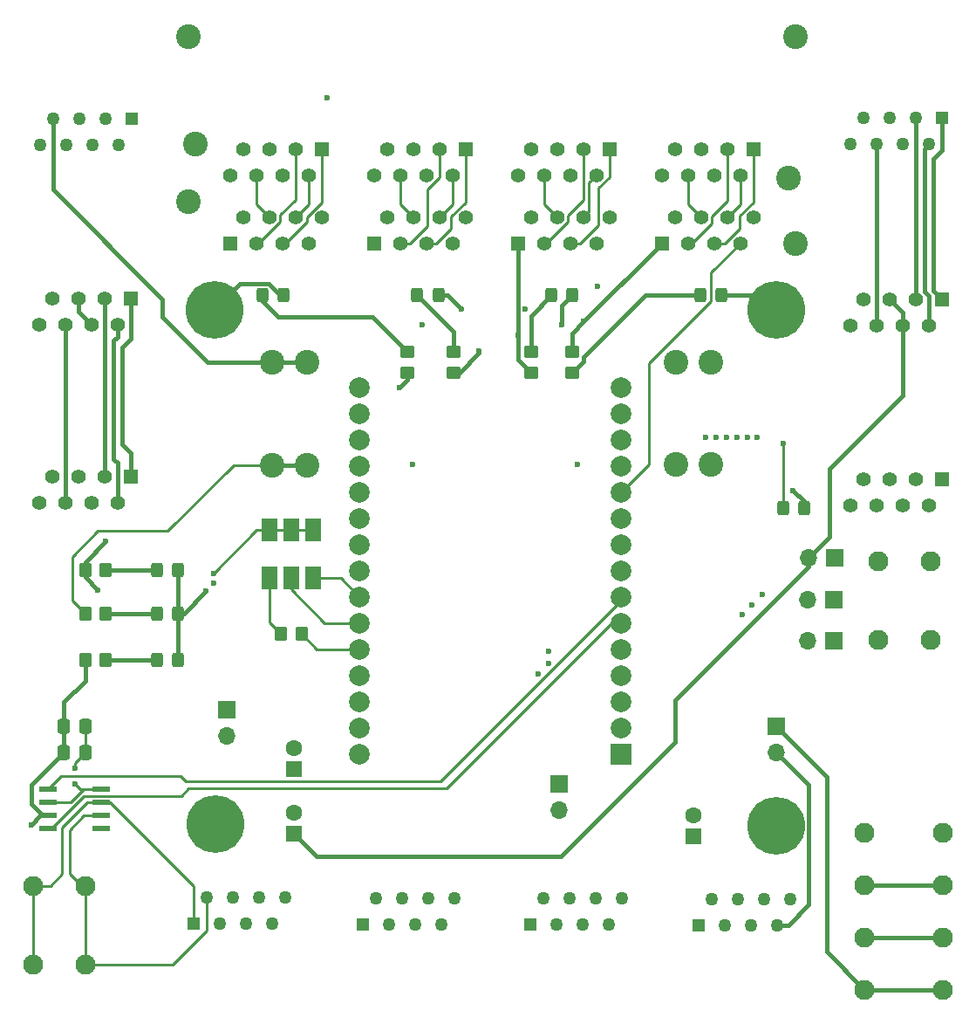
<source format=gtl>
%TF.GenerationSoftware,KiCad,Pcbnew,8.0.1-8.0.1-1~ubuntu22.04.1*%
%TF.CreationDate,2024-04-16T20:31:25-04:00*%
%TF.ProjectId,pdb,7064622e-6b69-4636-9164-5f7063625858,rev?*%
%TF.SameCoordinates,Original*%
%TF.FileFunction,Copper,L1,Top*%
%TF.FilePolarity,Positive*%
%FSLAX46Y46*%
G04 Gerber Fmt 4.6, Leading zero omitted, Abs format (unit mm)*
G04 Created by KiCad (PCBNEW 8.0.1-8.0.1-1~ubuntu22.04.1) date 2024-04-16 20:31:25*
%MOMM*%
%LPD*%
G01*
G04 APERTURE LIST*
G04 Aperture macros list*
%AMRoundRect*
0 Rectangle with rounded corners*
0 $1 Rounding radius*
0 $2 $3 $4 $5 $6 $7 $8 $9 X,Y pos of 4 corners*
0 Add a 4 corners polygon primitive as box body*
4,1,4,$2,$3,$4,$5,$6,$7,$8,$9,$2,$3,0*
0 Add four circle primitives for the rounded corners*
1,1,$1+$1,$2,$3*
1,1,$1+$1,$4,$5*
1,1,$1+$1,$6,$7*
1,1,$1+$1,$8,$9*
0 Add four rect primitives between the rounded corners*
20,1,$1+$1,$2,$3,$4,$5,0*
20,1,$1+$1,$4,$5,$6,$7,0*
20,1,$1+$1,$6,$7,$8,$9,0*
20,1,$1+$1,$8,$9,$2,$3,0*%
G04 Aperture macros list end*
%TA.AperFunction,ComponentPad*%
%ADD10R,1.268000X1.268000*%
%TD*%
%TA.AperFunction,ComponentPad*%
%ADD11C,1.268000*%
%TD*%
%TA.AperFunction,ComponentPad*%
%ADD12C,2.400000*%
%TD*%
%TA.AperFunction,SMDPad,CuDef*%
%ADD13RoundRect,0.250000X0.325000X0.450000X-0.325000X0.450000X-0.325000X-0.450000X0.325000X-0.450000X0*%
%TD*%
%TA.AperFunction,SMDPad,CuDef*%
%ADD14RoundRect,0.250000X0.350000X0.450000X-0.350000X0.450000X-0.350000X-0.450000X0.350000X-0.450000X0*%
%TD*%
%TA.AperFunction,ComponentPad*%
%ADD15R,1.408000X1.408000*%
%TD*%
%TA.AperFunction,ComponentPad*%
%ADD16C,1.408000*%
%TD*%
%TA.AperFunction,SMDPad,CuDef*%
%ADD17R,1.549400X2.260600*%
%TD*%
%TA.AperFunction,ComponentPad*%
%ADD18R,1.700000X1.700000*%
%TD*%
%TA.AperFunction,ComponentPad*%
%ADD19O,1.700000X1.700000*%
%TD*%
%TA.AperFunction,ComponentPad*%
%ADD20C,3.600000*%
%TD*%
%TA.AperFunction,ConnectorPad*%
%ADD21C,5.600000*%
%TD*%
%TA.AperFunction,ComponentPad*%
%ADD22C,1.950000*%
%TD*%
%TA.AperFunction,ComponentPad*%
%ADD23R,1.600000X1.600000*%
%TD*%
%TA.AperFunction,ComponentPad*%
%ADD24C,1.600000*%
%TD*%
%TA.AperFunction,SMDPad,CuDef*%
%ADD25RoundRect,0.250000X0.450000X-0.350000X0.450000X0.350000X-0.450000X0.350000X-0.450000X-0.350000X0*%
%TD*%
%TA.AperFunction,SMDPad,CuDef*%
%ADD26RoundRect,0.041300X-0.833700X-0.253700X0.833700X-0.253700X0.833700X0.253700X-0.833700X0.253700X0*%
%TD*%
%TA.AperFunction,SMDPad,CuDef*%
%ADD27RoundRect,0.250000X-0.350000X-0.450000X0.350000X-0.450000X0.350000X0.450000X-0.350000X0.450000X0*%
%TD*%
%TA.AperFunction,ComponentPad*%
%ADD28R,2.000000X2.000000*%
%TD*%
%TA.AperFunction,ComponentPad*%
%ADD29C,2.000000*%
%TD*%
%TA.AperFunction,SMDPad,CuDef*%
%ADD30RoundRect,0.250000X-0.337500X-0.475000X0.337500X-0.475000X0.337500X0.475000X-0.337500X0.475000X0*%
%TD*%
%TA.AperFunction,SMDPad,CuDef*%
%ADD31RoundRect,0.250000X-0.450000X0.350000X-0.450000X-0.350000X0.450000X-0.350000X0.450000X0.350000X0*%
%TD*%
%TA.AperFunction,ViaPad*%
%ADD32C,0.600000*%
%TD*%
%TA.AperFunction,Conductor*%
%ADD33C,0.400000*%
%TD*%
%TA.AperFunction,Conductor*%
%ADD34C,0.250000*%
%TD*%
G04 APERTURE END LIST*
D10*
%TO.P,E_24V_POE_IN_2,1*%
%TO.N,Net-(E_24V_POE_IN_2-Pad1)*%
X112961000Y-30330000D03*
D11*
%TO.P,E_24V_POE_IN_2,2*%
%TO.N,Net-(E_24V_POE_IN_2-Pad2)*%
X111691000Y-32870000D03*
%TO.P,E_24V_POE_IN_2,3*%
%TO.N,Net-(E_24V_POE_IN_2-Pad3)*%
X110421000Y-30330000D03*
%TO.P,E_24V_POE_IN_2,4*%
%TO.N,unconnected-(E_24V_POE_IN_2-Pad4)*%
X109151000Y-32870000D03*
%TO.P,E_24V_POE_IN_2,5*%
%TO.N,unconnected-(E_24V_POE_IN_2-Pad5)*%
X107881000Y-30330000D03*
%TO.P,E_24V_POE_IN_2,6*%
%TO.N,Net-(E_24V_POE_IN_2-Pad6)*%
X106611000Y-32870000D03*
%TO.P,E_24V_POE_IN_2,7*%
%TO.N,unconnected-(E_24V_POE_IN_2-Pad7)*%
X105341000Y-30330000D03*
%TO.P,E_24V_POE_IN_2,8*%
%TO.N,unconnected-(E_24V_POE_IN_2-Pad8)*%
X104071000Y-32870000D03*
%TD*%
D12*
%TO.P,F2,1*%
%TO.N,Net-(E_12V_2-Pad7)*%
X51300000Y-54040000D03*
X47900000Y-54040000D03*
%TO.P,F2,2*%
%TO.N,+12V*%
X51300000Y-63960000D03*
X47900000Y-63960000D03*
%TD*%
D13*
%TO.P,D5,1,K*%
%TO.N,GND*%
X91525000Y-47500000D03*
%TO.P,D5,2,A*%
%TO.N,Net-(D5-A)*%
X89475000Y-47500000D03*
%TD*%
D14*
%TO.P,R27,1*%
%TO.N,Net-(D3-A)*%
X31750000Y-74120000D03*
%TO.P,R27,2*%
%TO.N,+24V*%
X29750000Y-74120000D03*
%TD*%
D15*
%TO.P,U10,1_1B*%
%TO.N,RX+_0*%
X94600000Y-33350000D03*
%TO.P,U10,1_1T*%
%TO.N,CAM_POW_0*%
X85710000Y-42460000D03*
D16*
%TO.P,U10,1_2B*%
%TO.N,RX-_0*%
X93330000Y-35890000D03*
%TO.P,U10,1_2T*%
%TO.N,PWM_1*%
X86980000Y-39920000D03*
%TO.P,U10,1_3B*%
%TO.N,TX+_0*%
X92060000Y-33350000D03*
%TO.P,U10,1_3T*%
X88250000Y-42460000D03*
%TO.P,U10,1_4B*%
%TO.N,unconnected-(U10-Pad1_4B)*%
X90790000Y-35890000D03*
%TO.P,U10,1_4T*%
%TO.N,TX-_0*%
X89520000Y-39920000D03*
%TO.P,U10,1_5B*%
%TO.N,unconnected-(U10-Pad1_5B)*%
X89520000Y-33350000D03*
%TO.P,U10,1_5T*%
%TO.N,RX+_0*%
X90790000Y-42460000D03*
%TO.P,U10,1_6B*%
%TO.N,TX-_0*%
X88250000Y-35890000D03*
%TO.P,U10,1_6T*%
%TO.N,RX-_0*%
X92060000Y-39920000D03*
%TO.P,U10,1_7B*%
%TO.N,unconnected-(U10-Pad1_7B)*%
X86980000Y-33350000D03*
%TO.P,U10,1_7T*%
%TO.N,PWM_0*%
X93330000Y-42460000D03*
%TO.P,U10,1_8B*%
%TO.N,unconnected-(U10-Pad1_8B)*%
X85710000Y-35890000D03*
%TO.P,U10,1_8T*%
%TO.N,GND*%
X94600000Y-39920000D03*
D15*
%TO.P,U10,2_1B*%
%TO.N,RX+_1*%
X80630000Y-33350000D03*
%TO.P,U10,2_1T*%
%TO.N,CAM_POW_1*%
X71740000Y-42460000D03*
D16*
%TO.P,U10,2_2B*%
%TO.N,RX-_1*%
X79360000Y-35890000D03*
%TO.P,U10,2_2T*%
%TO.N,GND*%
X73010000Y-39920000D03*
%TO.P,U10,2_3B*%
%TO.N,TX+_1*%
X78090000Y-33350000D03*
%TO.P,U10,2_3T*%
X74280000Y-42460000D03*
%TO.P,U10,2_4B*%
%TO.N,unconnected-(U10-Pad2_4B)*%
X76820000Y-35890000D03*
%TO.P,U10,2_4T*%
%TO.N,TX-_1*%
X75550000Y-39920000D03*
%TO.P,U10,2_5B*%
%TO.N,unconnected-(U10-Pad2_5B)*%
X75550000Y-33350000D03*
%TO.P,U10,2_5T*%
%TO.N,RX+_1*%
X76820000Y-42460000D03*
%TO.P,U10,2_6B*%
%TO.N,TX-_1*%
X74280000Y-35890000D03*
%TO.P,U10,2_6T*%
%TO.N,RX-_1*%
X78090000Y-39920000D03*
%TO.P,U10,2_7B*%
%TO.N,unconnected-(U10-Pad2_7B)*%
X73010000Y-33350000D03*
%TO.P,U10,2_7T*%
%TO.N,unconnected-(U10-Pad2_7T)*%
X79360000Y-42460000D03*
%TO.P,U10,2_8B*%
%TO.N,unconnected-(U10-Pad2_8B)*%
X71740000Y-35890000D03*
%TO.P,U10,2_8T*%
%TO.N,unconnected-(U10-Pad2_8T)*%
X80630000Y-39920000D03*
D15*
%TO.P,U10,3_1B*%
%TO.N,RX+_2*%
X66660000Y-33350000D03*
%TO.P,U10,3_1T*%
%TO.N,CAM_POW_2*%
X57770000Y-42460000D03*
D16*
%TO.P,U10,3_2B*%
%TO.N,RX-_2*%
X65390000Y-35890000D03*
%TO.P,U10,3_2T*%
%TO.N,GND*%
X59040000Y-39920000D03*
%TO.P,U10,3_3B*%
%TO.N,TX+_2*%
X64120000Y-33350000D03*
%TO.P,U10,3_3T*%
X60310000Y-42460000D03*
%TO.P,U10,3_4B*%
%TO.N,unconnected-(U10-Pad3_4B)*%
X62850000Y-35890000D03*
%TO.P,U10,3_4T*%
%TO.N,TX-_2*%
X61580000Y-39920000D03*
%TO.P,U10,3_5B*%
%TO.N,unconnected-(U10-Pad3_5B)*%
X61580000Y-33350000D03*
%TO.P,U10,3_5T*%
%TO.N,RX+_2*%
X62850000Y-42460000D03*
%TO.P,U10,3_6B*%
%TO.N,TX-_2*%
X60310000Y-35890000D03*
%TO.P,U10,3_6T*%
%TO.N,RX-_2*%
X64120000Y-39920000D03*
%TO.P,U10,3_7B*%
%TO.N,unconnected-(U10-Pad3_7B)*%
X59040000Y-33350000D03*
%TO.P,U10,3_7T*%
%TO.N,unconnected-(U10-Pad3_7T)*%
X65390000Y-42460000D03*
%TO.P,U10,3_8B*%
%TO.N,unconnected-(U10-Pad3_8B)*%
X57770000Y-35890000D03*
%TO.P,U10,3_8T*%
%TO.N,unconnected-(U10-Pad3_8T)*%
X66660000Y-39920000D03*
D15*
%TO.P,U10,4_1B*%
%TO.N,RX+_3*%
X52690000Y-33350000D03*
%TO.P,U10,4_1T*%
%TO.N,CAM_POW_3*%
X43800000Y-42460000D03*
D16*
%TO.P,U10,4_2B*%
%TO.N,RX-_3*%
X51420000Y-35890000D03*
%TO.P,U10,4_2T*%
%TO.N,GND*%
X45070000Y-39920000D03*
%TO.P,U10,4_3B*%
%TO.N,TX+_3*%
X50150000Y-33350000D03*
%TO.P,U10,4_3T*%
X46340000Y-42460000D03*
%TO.P,U10,4_4B*%
%TO.N,unconnected-(U10-Pad4_4B)*%
X48880000Y-35890000D03*
%TO.P,U10,4_4T*%
%TO.N,TX-_3*%
X47610000Y-39920000D03*
%TO.P,U10,4_5B*%
%TO.N,unconnected-(U10-Pad4_5B)*%
X47610000Y-33350000D03*
%TO.P,U10,4_5T*%
%TO.N,RX+_3*%
X48880000Y-42460000D03*
%TO.P,U10,4_6B*%
%TO.N,TX-_3*%
X46340000Y-35890000D03*
%TO.P,U10,4_6T*%
%TO.N,RX-_3*%
X50150000Y-39920000D03*
%TO.P,U10,4_7B*%
%TO.N,unconnected-(U10-Pad4_7B)*%
X45070000Y-33350000D03*
%TO.P,U10,4_7T*%
%TO.N,unconnected-(U10-Pad4_7T)*%
X51420000Y-42460000D03*
%TO.P,U10,4_8B*%
%TO.N,unconnected-(U10-Pad4_8B)*%
X43800000Y-35890000D03*
%TO.P,U10,4_8T*%
%TO.N,unconnected-(U10-Pad4_8T)*%
X52690000Y-39920000D03*
D12*
%TO.P,U10,S1,GND*%
%TO.N,GND*%
X98660000Y-42460000D03*
X98660000Y-22430000D03*
X97995000Y-36150000D03*
X40405000Y-32850000D03*
X39740000Y-38400000D03*
X39740000Y-22430000D03*
%TD*%
D13*
%TO.P,D7,1,K*%
%TO.N,GND*%
X64025000Y-47500000D03*
%TO.P,D7,2,A*%
%TO.N,Net-(D7-A)*%
X61975000Y-47500000D03*
%TD*%
D17*
%TO.P,D4,1*%
%TO.N,Net-(D4-Pad1)*%
X47650002Y-74944100D03*
%TO.P,D4,2*%
%TO.N,LED_G*%
X49750000Y-74944100D03*
%TO.P,D4,3*%
%TO.N,LED_B*%
X51850001Y-74944100D03*
%TO.P,D4,4*%
%TO.N,GND*%
X51849998Y-70295900D03*
%TO.P,D4,5*%
X49750000Y-70295900D03*
%TO.P,D4,6*%
X47649999Y-70295900D03*
%TD*%
D15*
%TO.P,E_12V_1,1*%
%TO.N,unconnected-(E_12V_1-Pad1)*%
X112945000Y-65350000D03*
D16*
%TO.P,E_12V_1,2*%
%TO.N,unconnected-(E_12V_1-Pad2)*%
X111675000Y-67890000D03*
%TO.P,E_12V_1,3*%
%TO.N,unconnected-(E_12V_1-Pad3)*%
X110405000Y-65350000D03*
%TO.P,E_12V_1,4*%
%TO.N,unconnected-(E_12V_1-Pad4)*%
X109135000Y-67890000D03*
%TO.P,E_12V_1,5*%
%TO.N,unconnected-(E_12V_1-Pad5)*%
X107865000Y-65350000D03*
%TO.P,E_12V_1,6*%
%TO.N,unconnected-(E_12V_1-Pad6)*%
X106595000Y-67890000D03*
%TO.P,E_12V_1,7*%
%TO.N,Net-(E_12V_1-Pad7)*%
X105325000Y-65350000D03*
%TO.P,E_12V_1,8*%
%TO.N,ACC1_LOAD_LOW*%
X104055000Y-67890000D03*
%TD*%
D18*
%TO.P,JP2,1,A*%
%TO.N,Net-(J2-Pin_1)*%
X102460000Y-77000000D03*
D19*
%TO.P,JP2,2,B*%
%TO.N,+12V*%
X99920000Y-77000000D03*
%TD*%
D20*
%TO.P,H1,1,1*%
%TO.N,GND*%
X42300000Y-48900000D03*
D21*
X42300000Y-48900000D03*
%TD*%
D15*
%TO.P,E_24V_POE_OUT_1,1*%
%TO.N,Net-(E_24V_POE_IN_1-Pad1)*%
X34157500Y-47780000D03*
D16*
%TO.P,E_24V_POE_OUT_1,2*%
%TO.N,Net-(E_24V_POE_IN_1-Pad2)*%
X32887500Y-50320000D03*
%TO.P,E_24V_POE_OUT_1,3*%
%TO.N,Net-(E_24V_POE_IN_1-Pad3)*%
X31617500Y-47780000D03*
%TO.P,E_24V_POE_OUT_1,4*%
%TO.N,+24V*%
X30347500Y-50320000D03*
%TO.P,E_24V_POE_OUT_1,5*%
X29077500Y-47780000D03*
%TO.P,E_24V_POE_OUT_1,6*%
%TO.N,Net-(E_24V_POE_IN_1-Pad6)*%
X27807500Y-50320000D03*
%TO.P,E_24V_POE_OUT_1,7*%
%TO.N,GND*%
X26537500Y-47780000D03*
%TO.P,E_24V_POE_OUT_1,8*%
X25267500Y-50320000D03*
%TD*%
D14*
%TO.P,R26,1*%
%TO.N,Net-(D2-A)*%
X31750000Y-78370000D03*
%TO.P,R26,2*%
%TO.N,+12V*%
X29750000Y-78370000D03*
%TD*%
D22*
%TO.P,J3,1,Pin_1*%
%TO.N,CANH*%
X24712500Y-104767500D03*
X24712500Y-112387500D03*
%TO.P,J3,2,Pin_2*%
%TO.N,CANL*%
X29792500Y-104767500D03*
X29792500Y-112387500D03*
%TD*%
D10*
%TO.P,E_5V_2,1*%
%TO.N,CANH*%
X89280000Y-108600000D03*
D11*
%TO.P,E_5V_2,2*%
%TO.N,CANL*%
X90550000Y-106060000D03*
%TO.P,E_5V_2,3*%
%TO.N,unconnected-(E_5V_2-Pad3)*%
X91820000Y-108600000D03*
%TO.P,E_5V_2,4*%
%TO.N,unconnected-(E_5V_2-Pad4)*%
X93090000Y-106060000D03*
%TO.P,E_5V_2,5*%
%TO.N,unconnected-(E_5V_2-Pad5)*%
X94360000Y-108600000D03*
%TO.P,E_5V_2,6*%
%TO.N,unconnected-(E_5V_2-Pad6)*%
X95630000Y-106060000D03*
%TO.P,E_5V_2,7*%
%TO.N,+5V*%
X96900000Y-108600000D03*
%TO.P,E_5V_2,8*%
%TO.N,GND*%
X98170000Y-106060000D03*
%TD*%
D23*
%TO.P,C7,1*%
%TO.N,+5V*%
X88750000Y-99960000D03*
D24*
%TO.P,C7,2*%
%TO.N,GND*%
X88750000Y-97960000D03*
%TD*%
D10*
%TO.P,E_12V_2,1*%
%TO.N,unconnected-(E_12V_2-Pad1)*%
X34229000Y-30350000D03*
D11*
%TO.P,E_12V_2,2*%
%TO.N,unconnected-(E_12V_2-Pad2)*%
X32959000Y-32890000D03*
%TO.P,E_12V_2,3*%
%TO.N,unconnected-(E_12V_2-Pad3)*%
X31689000Y-30350000D03*
%TO.P,E_12V_2,4*%
%TO.N,unconnected-(E_12V_2-Pad4)*%
X30419000Y-32890000D03*
%TO.P,E_12V_2,5*%
%TO.N,unconnected-(E_12V_2-Pad5)*%
X29149000Y-30350000D03*
%TO.P,E_12V_2,6*%
%TO.N,unconnected-(E_12V_2-Pad6)*%
X27879000Y-32890000D03*
%TO.P,E_12V_2,7*%
%TO.N,Net-(E_12V_2-Pad7)*%
X26609000Y-30350000D03*
%TO.P,E_12V_2,8*%
%TO.N,ACC2_LOAD_LOW*%
X25339000Y-32890000D03*
%TD*%
D25*
%TO.P,R16,1*%
%TO.N,Net-(D5-A)*%
X77000000Y-55000000D03*
%TO.P,R16,2*%
%TO.N,CAM_POW_0*%
X77000000Y-53000000D03*
%TD*%
D23*
%TO.P,C8,1*%
%TO.N,+12V*%
X50000000Y-93460000D03*
D24*
%TO.P,C8,2*%
%TO.N,GND*%
X50000000Y-91460000D03*
%TD*%
D13*
%TO.P,D2,1,K*%
%TO.N,GND*%
X38775000Y-78370000D03*
%TO.P,D2,2,A*%
%TO.N,Net-(D2-A)*%
X36725000Y-78370000D03*
%TD*%
%TO.P,D6,1,K*%
%TO.N,GND*%
X77025000Y-47500000D03*
%TO.P,D6,2,A*%
%TO.N,Net-(D6-A)*%
X74975000Y-47500000D03*
%TD*%
%TO.P,D8,1,K*%
%TO.N,GND*%
X49025000Y-47500000D03*
%TO.P,D8,2,A*%
%TO.N,Net-(D8-A)*%
X46975000Y-47500000D03*
%TD*%
%TO.P,D10,1,K*%
%TO.N,ACC1_LOAD_LOW*%
X99525000Y-68120000D03*
%TO.P,D10,2,A*%
%TO.N,Net-(D10-A)*%
X97475000Y-68120000D03*
%TD*%
D18*
%TO.P,JP6,1,A*%
%TO.N,+24V IN*%
X43500000Y-87725000D03*
D19*
%TO.P,JP6,2,B*%
%TO.N,+24V*%
X43500000Y-90265000D03*
%TD*%
D26*
%TO.P,U3,1,TXD*%
%TO.N,RXC*%
X26120000Y-95430000D03*
%TO.P,U3,2,GND*%
%TO.N,GND*%
X26120000Y-96700000D03*
%TO.P,U3,3,VCC*%
%TO.N,+5V*%
X26120000Y-97970000D03*
%TO.P,U3,4,RXD*%
%TO.N,TXC*%
X26120000Y-99240000D03*
%TO.P,U3,5,VREF*%
%TO.N,unconnected-(U3-VREF-Pad5)*%
X31290000Y-99240000D03*
%TO.P,U3,6,CANL*%
%TO.N,CANL*%
X31290000Y-97970000D03*
%TO.P,U3,7,CANH*%
%TO.N,CANH*%
X31290000Y-96700000D03*
%TO.P,U3,8,S*%
%TO.N,GND*%
X31290000Y-95430000D03*
%TD*%
D27*
%TO.P,R28,1*%
%TO.N,Net-(D4-Pad1)*%
X48750000Y-80370000D03*
%TO.P,R28,2*%
%TO.N,LED_R*%
X50750000Y-80370000D03*
%TD*%
D18*
%TO.P,JP1,1,A*%
%TO.N,Net-(J2-Pin_1)*%
X102460000Y-81000000D03*
D19*
%TO.P,JP1,2,B*%
%TO.N,+5V*%
X99920000Y-81000000D03*
%TD*%
D18*
%TO.P,JP3,1,A*%
%TO.N,Net-(J2-Pin_1)*%
X102500000Y-73000000D03*
D19*
%TO.P,JP3,2,B*%
%TO.N,+24V*%
X99960000Y-73000000D03*
%TD*%
D22*
%TO.P,J1,1,Pin_1*%
%TO.N,+5V IN*%
X105417500Y-114837500D03*
X113037500Y-114837500D03*
%TO.P,J1,2,Pin_2*%
%TO.N,+12V IN*%
X105417500Y-109757500D03*
X113037500Y-109757500D03*
%TO.P,J1,3,Pin_3*%
%TO.N,+24V IN*%
X105417500Y-104677500D03*
X113037500Y-104677500D03*
%TO.P,J1,4,Pin_4*%
%TO.N,GND*%
X105417500Y-99597500D03*
X113037500Y-99597500D03*
%TD*%
D28*
%TO.P,U2,1,3V3*%
%TO.N,unconnected-(U2-3V3-Pad1)*%
X81800000Y-92000000D03*
D29*
%TO.P,U2,2,GND*%
%TO.N,GND*%
X81800000Y-89460000D03*
X56400000Y-89460000D03*
%TO.P,U2,3,D15*%
%TO.N,unconnected-(U2-D15-Pad3)*%
X81800000Y-86920000D03*
%TO.P,U2,4,D2*%
%TO.N,unconnected-(U2-D2-Pad4)*%
X81800000Y-84380000D03*
%TO.P,U2,5,D4*%
%TO.N,unconnected-(U2-D4-Pad5)*%
X81800000Y-81840000D03*
%TO.P,U2,6,RX2*%
%TO.N,TXC*%
X81800000Y-79300000D03*
%TO.P,U2,7,TX2*%
%TO.N,RXC*%
X81800000Y-76760000D03*
%TO.P,U2,8,D5*%
%TO.N,unconnected-(U2-D5-Pad8)*%
X81800000Y-74220000D03*
%TO.P,U2,9,D18*%
%TO.N,CAM_SIGN_0*%
X81800000Y-71680000D03*
%TO.P,U2,10,D19*%
%TO.N,CAM_SIGN_1*%
X81800000Y-69140000D03*
%TO.P,U2,11,D21*%
%TO.N,PWM_0*%
X81800000Y-66600000D03*
%TO.P,U2,12,RX0*%
%TO.N,unconnected-(U2-RX0-Pad12)*%
X81800000Y-64060000D03*
%TO.P,U2,13,TX0*%
%TO.N,unconnected-(U2-TX0-Pad13)*%
X81800000Y-61520000D03*
%TO.P,U2,14,D22*%
%TO.N,PWM_1*%
X81800000Y-58980000D03*
%TO.P,U2,15,D23*%
%TO.N,ACC1_CONTROL*%
X81800000Y-56440000D03*
%TO.P,U2,16,EN*%
%TO.N,unconnected-(U2-EN-Pad16)*%
X56400000Y-56440000D03*
%TO.P,U2,17,VP*%
%TO.N,unconnected-(U2-VP-Pad17)*%
X56400000Y-58980000D03*
%TO.P,U2,18,VN*%
%TO.N,unconnected-(U2-VN-Pad18)*%
X56400000Y-61520000D03*
%TO.P,U2,19,D34*%
%TO.N,unconnected-(U2-D34-Pad19)*%
X56400000Y-64060000D03*
%TO.P,U2,20,D35*%
%TO.N,unconnected-(U2-D35-Pad20)*%
X56400000Y-66600000D03*
%TO.P,U2,21,D32*%
%TO.N,CAM_SIGN_3*%
X56400000Y-69140000D03*
%TO.P,U2,22,D33*%
%TO.N,CAM_SIGN_2*%
X56400000Y-71680000D03*
%TO.P,U2,23,D25*%
%TO.N,ACC2_CONTROL*%
X56400000Y-74220000D03*
%TO.P,U2,24,D26*%
%TO.N,LED_B*%
X56400000Y-76760000D03*
%TO.P,U2,25,D27*%
%TO.N,LED_G*%
X56400000Y-79300000D03*
%TO.P,U2,26,D14*%
%TO.N,LED_R*%
X56400000Y-81840000D03*
%TO.P,U2,27,D12*%
%TO.N,unconnected-(U2-D12-Pad27)*%
X56400000Y-84380000D03*
%TO.P,U2,28,D13*%
%TO.N,unconnected-(U2-D13-Pad28)*%
X56400000Y-86920000D03*
%TO.P,U2,30,VIN*%
%TO.N,+5V*%
X56400000Y-92000000D03*
%TD*%
D10*
%TO.P,E_5V_4,1*%
%TO.N,CANH*%
X56659000Y-108500000D03*
D11*
%TO.P,E_5V_4,2*%
%TO.N,CANL*%
X57929000Y-105960000D03*
%TO.P,E_5V_4,3*%
%TO.N,unconnected-(E_5V_4-Pad3)*%
X59199000Y-108500000D03*
%TO.P,E_5V_4,4*%
%TO.N,unconnected-(E_5V_4-Pad4)*%
X60469000Y-105960000D03*
%TO.P,E_5V_4,5*%
%TO.N,unconnected-(E_5V_4-Pad5)*%
X61739000Y-108500000D03*
%TO.P,E_5V_4,6*%
%TO.N,unconnected-(E_5V_4-Pad6)*%
X63009000Y-105960000D03*
%TO.P,E_5V_4,7*%
%TO.N,+5V*%
X64279000Y-108500000D03*
%TO.P,E_5V_4,8*%
%TO.N,GND*%
X65549000Y-105960000D03*
%TD*%
D30*
%TO.P,C6,1*%
%TO.N,+5V*%
X27667500Y-91835000D03*
%TO.P,C6,2*%
%TO.N,GND*%
X29742500Y-91835000D03*
%TD*%
D31*
%TO.P,R19,1*%
%TO.N,Net-(D8-A)*%
X61000000Y-53000000D03*
%TO.P,R19,2*%
%TO.N,CAM_POW_3*%
X61000000Y-55000000D03*
%TD*%
%TO.P,R17,1*%
%TO.N,Net-(D6-A)*%
X73000000Y-53000000D03*
%TO.P,R17,2*%
%TO.N,CAM_POW_1*%
X73000000Y-55000000D03*
%TD*%
D10*
%TO.P,E_5V_3,1*%
%TO.N,CANH*%
X72980000Y-108500000D03*
D11*
%TO.P,E_5V_3,2*%
%TO.N,CANL*%
X74250000Y-105960000D03*
%TO.P,E_5V_3,3*%
%TO.N,unconnected-(E_5V_3-Pad3)*%
X75520000Y-108500000D03*
%TO.P,E_5V_3,4*%
%TO.N,unconnected-(E_5V_3-Pad4)*%
X76790000Y-105960000D03*
%TO.P,E_5V_3,5*%
%TO.N,unconnected-(E_5V_3-Pad5)*%
X78060000Y-108500000D03*
%TO.P,E_5V_3,6*%
%TO.N,unconnected-(E_5V_3-Pad6)*%
X79330000Y-105960000D03*
%TO.P,E_5V_3,7*%
%TO.N,+5V*%
X80600000Y-108500000D03*
%TO.P,E_5V_3,8*%
%TO.N,GND*%
X81870000Y-105960000D03*
%TD*%
D20*
%TO.P,H4,1,1*%
%TO.N,GND*%
X42400000Y-98800000D03*
D21*
X42400000Y-98800000D03*
%TD*%
D15*
%TO.P,E_24V_POE_IN_1,1*%
%TO.N,Net-(E_24V_POE_IN_1-Pad1)*%
X34145000Y-65050000D03*
D16*
%TO.P,E_24V_POE_IN_1,2*%
%TO.N,Net-(E_24V_POE_IN_1-Pad2)*%
X32875000Y-67590000D03*
%TO.P,E_24V_POE_IN_1,3*%
%TO.N,Net-(E_24V_POE_IN_1-Pad3)*%
X31605000Y-65050000D03*
%TO.P,E_24V_POE_IN_1,4*%
%TO.N,unconnected-(E_24V_POE_IN_1-Pad4)*%
X30335000Y-67590000D03*
%TO.P,E_24V_POE_IN_1,5*%
%TO.N,unconnected-(E_24V_POE_IN_1-Pad5)*%
X29065000Y-65050000D03*
%TO.P,E_24V_POE_IN_1,6*%
%TO.N,Net-(E_24V_POE_IN_1-Pad6)*%
X27795000Y-67590000D03*
%TO.P,E_24V_POE_IN_1,7*%
%TO.N,unconnected-(E_24V_POE_IN_1-Pad7)*%
X26525000Y-65050000D03*
%TO.P,E_24V_POE_IN_1,8*%
%TO.N,unconnected-(E_24V_POE_IN_1-Pad8)*%
X25255000Y-67590000D03*
%TD*%
D30*
%TO.P,C5,1*%
%TO.N,+5V*%
X27667500Y-89335000D03*
%TO.P,C5,2*%
%TO.N,GND*%
X29742500Y-89335000D03*
%TD*%
D14*
%TO.P,R7,1*%
%TO.N,Net-(D1-A)*%
X31750000Y-82870000D03*
%TO.P,R7,2*%
%TO.N,+5V*%
X29750000Y-82870000D03*
%TD*%
D23*
%TO.P,C9,1*%
%TO.N,+24V*%
X50000000Y-99710000D03*
D24*
%TO.P,C9,2*%
%TO.N,GND*%
X50000000Y-97710000D03*
%TD*%
D20*
%TO.P,H3,1,1*%
%TO.N,GND*%
X96800000Y-99000000D03*
D21*
X96800000Y-99000000D03*
%TD*%
D13*
%TO.P,D3,1,K*%
%TO.N,GND*%
X38775000Y-74120000D03*
%TO.P,D3,2,A*%
%TO.N,Net-(D3-A)*%
X36725000Y-74120000D03*
%TD*%
D18*
%TO.P,JP4,1,A*%
%TO.N,+5V IN*%
X96830000Y-89290000D03*
D19*
%TO.P,JP4,2,B*%
%TO.N,+5V*%
X96830000Y-91830000D03*
%TD*%
D22*
%TO.P,J2,1,Pin_1*%
%TO.N,Net-(J2-Pin_1)*%
X106762500Y-73317500D03*
X106762500Y-80937500D03*
%TO.P,J2,2,Pin_2*%
%TO.N,GND*%
X111842500Y-73317500D03*
X111842500Y-80937500D03*
%TD*%
D10*
%TO.P,E_5V_1,1*%
%TO.N,CANH*%
X40249000Y-108450000D03*
D11*
%TO.P,E_5V_1,2*%
%TO.N,CANL*%
X41519000Y-105910000D03*
%TO.P,E_5V_1,3*%
%TO.N,unconnected-(E_5V_1-Pad3)*%
X42789000Y-108450000D03*
%TO.P,E_5V_1,4*%
%TO.N,unconnected-(E_5V_1-Pad4)*%
X44059000Y-105910000D03*
%TO.P,E_5V_1,5*%
%TO.N,unconnected-(E_5V_1-Pad5)*%
X45329000Y-108450000D03*
%TO.P,E_5V_1,6*%
%TO.N,unconnected-(E_5V_1-Pad6)*%
X46599000Y-105910000D03*
%TO.P,E_5V_1,7*%
%TO.N,+5V*%
X47869000Y-108450000D03*
%TO.P,E_5V_1,8*%
%TO.N,GND*%
X49139000Y-105910000D03*
%TD*%
D20*
%TO.P,H2,1,1*%
%TO.N,GND*%
X96800000Y-48900000D03*
D21*
X96800000Y-48900000D03*
%TD*%
D18*
%TO.P,JP5,1,A*%
%TO.N,+12V IN*%
X75750000Y-94935000D03*
D19*
%TO.P,JP5,2,B*%
%TO.N,+12V*%
X75750000Y-97475000D03*
%TD*%
D13*
%TO.P,D1,1,K*%
%TO.N,GND*%
X38775000Y-82870000D03*
%TO.P,D1,2,A*%
%TO.N,Net-(D1-A)*%
X36725000Y-82870000D03*
%TD*%
D31*
%TO.P,R18,1*%
%TO.N,Net-(D7-A)*%
X65500000Y-53000000D03*
%TO.P,R18,2*%
%TO.N,CAM_POW_2*%
X65500000Y-55000000D03*
%TD*%
D12*
%TO.P,F1,1*%
%TO.N,Net-(E_12V_1-Pad7)*%
X87100000Y-63910000D03*
X90500000Y-63910000D03*
%TO.P,F1,2*%
%TO.N,+12V*%
X87100000Y-53990000D03*
X90500000Y-53990000D03*
%TD*%
D15*
%TO.P,E_24V_POE_OUT_2,1*%
%TO.N,Net-(E_24V_POE_IN_2-Pad1)*%
X112945000Y-47880000D03*
D16*
%TO.P,E_24V_POE_OUT_2,2*%
%TO.N,Net-(E_24V_POE_IN_2-Pad2)*%
X111675000Y-50420000D03*
%TO.P,E_24V_POE_OUT_2,3*%
%TO.N,Net-(E_24V_POE_IN_2-Pad3)*%
X110405000Y-47880000D03*
%TO.P,E_24V_POE_OUT_2,4*%
%TO.N,+24V*%
X109135000Y-50420000D03*
%TO.P,E_24V_POE_OUT_2,5*%
X107865000Y-47880000D03*
%TO.P,E_24V_POE_OUT_2,6*%
%TO.N,Net-(E_24V_POE_IN_2-Pad6)*%
X106595000Y-50420000D03*
%TO.P,E_24V_POE_OUT_2,7*%
%TO.N,GND*%
X105325000Y-47880000D03*
%TO.P,E_24V_POE_OUT_2,8*%
X104055000Y-50420000D03*
%TD*%
D32*
%TO.N,GND*%
X92000000Y-61250000D03*
X93000000Y-61250000D03*
X95000000Y-61250000D03*
X28750000Y-94870000D03*
X41500000Y-76210000D03*
X90000000Y-61250000D03*
X61500000Y-63870000D03*
X74750000Y-82000000D03*
X72440000Y-48870000D03*
X91000000Y-61250000D03*
X77500000Y-63870000D03*
X66250000Y-48870000D03*
X42250000Y-74460000D03*
X94500000Y-77500000D03*
X95500000Y-76500000D03*
X53250000Y-28370000D03*
X62500000Y-50370000D03*
X94000000Y-61250000D03*
X93500000Y-78500000D03*
X76000000Y-50370000D03*
X73750000Y-84250000D03*
X28750000Y-93370000D03*
X74750000Y-83250000D03*
X42250000Y-75460000D03*
%TO.N,+12V*%
X79500000Y-46620000D03*
%TO.N,+5V*%
X24500000Y-98870000D03*
%TO.N,+24V*%
X31000000Y-76120000D03*
X31750000Y-71370000D03*
%TO.N,Net-(D10-A)*%
X97500000Y-61870000D03*
%TO.N,ACC1_LOAD_LOW*%
X98460000Y-66410000D03*
%TO.N,CAM_POW_0*%
X78150000Y-50020000D03*
%TO.N,CAM_POW_1*%
X71750000Y-51370000D03*
%TO.N,CAM_POW_2*%
X68000000Y-52870000D03*
%TO.N,CAM_POW_3*%
X60250000Y-56417501D03*
%TD*%
D33*
%TO.N,GND*%
X98660000Y-36815000D02*
X97995000Y-36150000D01*
X76000000Y-48525000D02*
X77025000Y-47500000D01*
D34*
X29742500Y-91835000D02*
X29742500Y-89335000D01*
D33*
X49025000Y-47500000D02*
X48676166Y-47500000D01*
D34*
X28750000Y-93370000D02*
X28750000Y-92827500D01*
X29750000Y-95430000D02*
X29310000Y-95430000D01*
X29750000Y-95430000D02*
X31290000Y-95430000D01*
X29310000Y-95430000D02*
X28750000Y-94870000D01*
X51849998Y-70295900D02*
X49750000Y-70295900D01*
X46414100Y-70295900D02*
X42250000Y-74460000D01*
D33*
X48676166Y-47500000D02*
X47576166Y-46400000D01*
X64880000Y-47500000D02*
X66250000Y-48870000D01*
D34*
X26120000Y-96700000D02*
X28360176Y-96700000D01*
D33*
X38775000Y-78370000D02*
X39340000Y-78370000D01*
X39340000Y-78370000D02*
X41500000Y-76210000D01*
D34*
X47649999Y-70295900D02*
X46414100Y-70295900D01*
D33*
X47576166Y-46400000D02*
X44800000Y-46400000D01*
X64025000Y-47500000D02*
X64880000Y-47500000D01*
D34*
X29630176Y-95430000D02*
X29750000Y-95430000D01*
D33*
X47845000Y-70445000D02*
X47870000Y-70420000D01*
X38775000Y-78370000D02*
X38775000Y-82870000D01*
X95400000Y-47500000D02*
X96800000Y-48900000D01*
D34*
X28360176Y-96700000D02*
X29630176Y-95430000D01*
D33*
X38775000Y-74120000D02*
X38775000Y-78370000D01*
X91525000Y-47500000D02*
X95400000Y-47500000D01*
D34*
X28750000Y-92827500D02*
X29742500Y-91835000D01*
D33*
X76000000Y-50370000D02*
X76000000Y-48525000D01*
D34*
X49750000Y-70295900D02*
X47649999Y-70295900D01*
D33*
X44800000Y-46400000D02*
X42300000Y-48900000D01*
D34*
%TO.N,+12V*%
X31000000Y-70370000D02*
X28500000Y-72870000D01*
X37750000Y-70370000D02*
X31000000Y-70370000D01*
X28500000Y-77120000D02*
X29750000Y-78370000D01*
D33*
X47900000Y-63960000D02*
X51300000Y-63960000D01*
D34*
X44160000Y-63960000D02*
X37750000Y-70370000D01*
X47900000Y-63960000D02*
X44160000Y-63960000D01*
X28500000Y-72870000D02*
X28500000Y-77120000D01*
D33*
%TO.N,+5V*%
X27667500Y-91835000D02*
X24500000Y-95002500D01*
X98020000Y-108600000D02*
X96900000Y-108600000D01*
X24500000Y-96870000D02*
X25600000Y-97970000D01*
X25400000Y-97970000D02*
X24500000Y-98870000D01*
X96415113Y-91415113D02*
X96830000Y-91830000D01*
X29750000Y-84870000D02*
X27667500Y-86952500D01*
X24500000Y-95002500D02*
X24500000Y-96870000D01*
X26120000Y-97970000D02*
X25400000Y-97970000D01*
X27667500Y-91835000D02*
X27667500Y-89335000D01*
X29750000Y-82870000D02*
X29750000Y-84870000D01*
X100000000Y-95000000D02*
X100000000Y-106620000D01*
X25600000Y-97970000D02*
X26120000Y-97970000D01*
X100000000Y-106620000D02*
X98020000Y-108600000D01*
X96830000Y-91830000D02*
X100000000Y-95000000D01*
X27667500Y-86952500D02*
X27667500Y-89335000D01*
%TO.N,+24V*%
X99960000Y-73000000D02*
X99960000Y-73840000D01*
X87000000Y-86800000D02*
X87000000Y-90870000D01*
X99960000Y-73840000D02*
X87000000Y-86800000D01*
X87000000Y-90870000D02*
X75960000Y-101910000D01*
X103375000Y-62995000D02*
X102000000Y-64370000D01*
X29077500Y-49050000D02*
X30347500Y-50320000D01*
X29750000Y-73370000D02*
X29750000Y-74120000D01*
X31750000Y-71370000D02*
X29750000Y-73370000D01*
X102000000Y-70960000D02*
X99960000Y-73000000D01*
X109135000Y-49150000D02*
X107865000Y-47880000D01*
X29750000Y-74870000D02*
X31000000Y-76120000D01*
X52200000Y-101910000D02*
X50000000Y-99710000D01*
X75960000Y-101910000D02*
X52200000Y-101910000D01*
X102000000Y-64370000D02*
X102000000Y-70960000D01*
X109135000Y-57235000D02*
X103375000Y-62995000D01*
X109135000Y-50420000D02*
X109135000Y-49150000D01*
X109135000Y-50420000D02*
X109135000Y-57235000D01*
D34*
X29750000Y-74120000D02*
X29750000Y-74870000D01*
D33*
X29077500Y-47780000D02*
X29077500Y-49050000D01*
%TO.N,Net-(D1-A)*%
X31750000Y-82870000D02*
X36725000Y-82870000D01*
%TO.N,Net-(D2-A)*%
X31750000Y-78370000D02*
X36725000Y-78370000D01*
%TO.N,Net-(D3-A)*%
X31750000Y-74120000D02*
X36725000Y-74120000D01*
D34*
%TO.N,LED_G*%
X53015141Y-79300000D02*
X49750000Y-76034859D01*
X49750000Y-76034859D02*
X49750000Y-74944100D01*
X56400000Y-79300000D02*
X53015141Y-79300000D01*
%TO.N,LED_B*%
X54584100Y-74944100D02*
X56400000Y-76760000D01*
X51850001Y-74944100D02*
X54584100Y-74944100D01*
%TO.N,Net-(D4-Pad1)*%
X47650002Y-79270002D02*
X47650002Y-74944100D01*
X48750000Y-80370000D02*
X47650002Y-79270002D01*
D33*
%TO.N,Net-(D5-A)*%
X77000000Y-55000000D02*
X78100000Y-53900000D01*
X78100000Y-53520000D02*
X84120000Y-47500000D01*
X78100000Y-53900000D02*
X78100000Y-53520000D01*
X84120000Y-47500000D02*
X89475000Y-47500000D01*
%TO.N,Net-(D6-A)*%
X73000000Y-49475000D02*
X74975000Y-47500000D01*
X73000000Y-53000000D02*
X73000000Y-49475000D01*
%TO.N,Net-(D7-A)*%
X65500000Y-51025000D02*
X61975000Y-47500000D01*
X65500000Y-53000000D02*
X65500000Y-51025000D01*
%TO.N,Net-(D8-A)*%
X61000000Y-53000000D02*
X57620000Y-49620000D01*
X57620000Y-49620000D02*
X48500000Y-49620000D01*
X46975000Y-48095000D02*
X46975000Y-47500000D01*
X48500000Y-49620000D02*
X46975000Y-48095000D01*
D34*
%TO.N,Net-(D10-A)*%
X97475000Y-68120000D02*
X97475000Y-61895000D01*
X97475000Y-61895000D02*
X97500000Y-61870000D01*
%TO.N,CANL*%
X41519000Y-109098000D02*
X41519000Y-105910000D01*
X29650000Y-97970000D02*
X31290000Y-97970000D01*
X29792500Y-112387500D02*
X38229500Y-112387500D01*
X29792500Y-104767500D02*
X29397500Y-104767500D01*
X28250000Y-103620000D02*
X28250000Y-99370000D01*
X28250000Y-99370000D02*
X29650000Y-97970000D01*
X29792500Y-112387500D02*
X29792500Y-104767500D01*
X29397500Y-104767500D02*
X28250000Y-103620000D01*
X38229500Y-112387500D02*
X41519000Y-109098000D01*
%TO.N,CANH*%
X27500000Y-99120000D02*
X29920000Y-96700000D01*
X31290000Y-96700000D02*
X32164999Y-96700000D01*
X40249000Y-104784001D02*
X40249000Y-108450000D01*
X24712500Y-112387500D02*
X24712500Y-104767500D01*
X27500000Y-103620000D02*
X27500000Y-99120000D01*
X26352500Y-104767500D02*
X27500000Y-103620000D01*
X32164999Y-96700000D02*
X40249000Y-104784001D01*
X29920000Y-96700000D02*
X31290000Y-96700000D01*
X24712500Y-104767500D02*
X26352500Y-104767500D01*
D33*
%TO.N,ACC1_LOAD_LOW*%
X99525000Y-67475000D02*
X98460000Y-66410000D01*
D34*
X103825000Y-68120000D02*
X104055000Y-67890000D01*
D33*
X99525000Y-68120000D02*
X99525000Y-67475000D01*
%TO.N,Net-(E_12V_2-Pad7)*%
X47900000Y-54040000D02*
X41670000Y-54040000D01*
X37250000Y-47870000D02*
X26609000Y-37229000D01*
X37250000Y-49620000D02*
X37250000Y-47870000D01*
X41670000Y-54040000D02*
X37250000Y-49620000D01*
X26609000Y-37229000D02*
X26609000Y-30350000D01*
X51300000Y-54040000D02*
X47900000Y-54040000D01*
D34*
%TO.N,RX+_2*%
X65250000Y-41055606D02*
X63845606Y-42460000D01*
X66660000Y-38464774D02*
X65250000Y-39874774D01*
X63845606Y-42460000D02*
X62850000Y-42460000D01*
X66660000Y-33350000D02*
X66660000Y-38464774D01*
X65250000Y-39874774D02*
X65250000Y-41055606D01*
%TO.N,RX+_3*%
X52690000Y-33350000D02*
X52690000Y-38464774D01*
X51250000Y-39904774D02*
X51250000Y-40370000D01*
X49160000Y-42460000D02*
X48880000Y-42460000D01*
X52690000Y-38464774D02*
X51250000Y-39904774D01*
X51250000Y-40370000D02*
X49160000Y-42460000D01*
%TO.N,TX-_1*%
X74280000Y-38650000D02*
X75550000Y-39920000D01*
X74280000Y-35890000D02*
X74280000Y-38650000D01*
%TO.N,TX+_0*%
X90549000Y-39821000D02*
X90549000Y-40571000D01*
X92060000Y-33350000D02*
X92060000Y-38310000D01*
X90549000Y-40571000D02*
X88660000Y-42460000D01*
X88660000Y-42460000D02*
X88250000Y-42460000D01*
X92060000Y-38310000D02*
X90549000Y-39821000D01*
%TO.N,RX-_3*%
X50150000Y-39920000D02*
X51420000Y-38650000D01*
X51420000Y-38650000D02*
X51420000Y-35890000D01*
%TO.N,PWM_0*%
X84500000Y-63900000D02*
X81800000Y-66600000D01*
X90500000Y-48070100D02*
X84500000Y-54070100D01*
X93330000Y-42460000D02*
X90500000Y-45290000D01*
X90500000Y-45290000D02*
X90500000Y-48070100D01*
X84500000Y-54070100D02*
X84500000Y-63900000D01*
D33*
%TO.N,CAM_POW_0*%
X77000000Y-51170000D02*
X78150000Y-50020000D01*
X77000000Y-53000000D02*
X77000000Y-51170000D01*
X78150000Y-50020000D02*
X85710000Y-42460000D01*
D34*
%TO.N,TX+_2*%
X64120000Y-36075226D02*
X64120000Y-33350000D01*
X61305606Y-42460000D02*
X63000000Y-40765606D01*
X63000000Y-40765606D02*
X63000000Y-37195226D01*
X60310000Y-42460000D02*
X61305606Y-42460000D01*
X63000000Y-37195226D02*
X64120000Y-36075226D01*
%TO.N,TX-_0*%
X88250000Y-38650000D02*
X89520000Y-39920000D01*
X88250000Y-35890000D02*
X88250000Y-38650000D01*
%TO.N,RX+_0*%
X93250000Y-41084774D02*
X91874774Y-42460000D01*
X94600000Y-33350000D02*
X94600000Y-38464774D01*
X93250000Y-39814774D02*
X93250000Y-41084774D01*
X91874774Y-42460000D02*
X90790000Y-42460000D01*
X94600000Y-38464774D02*
X93250000Y-39814774D01*
%TO.N,RX-_1*%
X78656000Y-39354000D02*
X78090000Y-39920000D01*
X78656000Y-36594000D02*
X78656000Y-39354000D01*
X79360000Y-35890000D02*
X78656000Y-36594000D01*
%TO.N,TX+_3*%
X46525226Y-42460000D02*
X46340000Y-42460000D01*
X48639000Y-40346226D02*
X46525226Y-42460000D01*
X50150000Y-33350000D02*
X50150000Y-38220000D01*
X50150000Y-38220000D02*
X48639000Y-39731000D01*
X48639000Y-39731000D02*
X48639000Y-40346226D01*
%TO.N,TX-_3*%
X46340000Y-35890000D02*
X46340000Y-38650000D01*
X46340000Y-38650000D02*
X47610000Y-39920000D01*
%TO.N,TX-_2*%
X60310000Y-38650000D02*
X61580000Y-39920000D01*
X60310000Y-35890000D02*
X60310000Y-38650000D01*
%TO.N,TX+_1*%
X74465226Y-42460000D02*
X74280000Y-42460000D01*
X78090000Y-33350000D02*
X78090000Y-38280000D01*
X78090000Y-38280000D02*
X76579000Y-39791000D01*
X76579000Y-40346226D02*
X74465226Y-42460000D01*
X76579000Y-39791000D02*
X76579000Y-40346226D01*
%TO.N,RX+_1*%
X80630000Y-36075226D02*
X80630000Y-33350000D01*
X76820000Y-42460000D02*
X77815606Y-42460000D01*
X79601000Y-40674606D02*
X79601000Y-37104226D01*
X77815606Y-42460000D02*
X79601000Y-40674606D01*
X79601000Y-37104226D02*
X80630000Y-36075226D01*
%TO.N,RX-_0*%
X92060000Y-39920000D02*
X93330000Y-38650000D01*
X93330000Y-38650000D02*
X93330000Y-35890000D01*
D33*
%TO.N,CAM_POW_1*%
X73000000Y-55000000D02*
X71740000Y-53740000D01*
X71740000Y-53740000D02*
X71740000Y-51380000D01*
X71740000Y-51360000D02*
X71740000Y-42460000D01*
X71740000Y-51380000D02*
X71750000Y-51370000D01*
X71750000Y-51370000D02*
X71740000Y-51360000D01*
D34*
%TO.N,RX-_2*%
X65390000Y-35890000D02*
X65390000Y-38650000D01*
X65390000Y-38650000D02*
X64120000Y-39920000D01*
D33*
%TO.N,CAM_POW_2*%
X68000000Y-53060000D02*
X66060000Y-55000000D01*
X68000000Y-52870000D02*
X68000000Y-53060000D01*
X66060000Y-55000000D02*
X65500000Y-55000000D01*
%TO.N,CAM_POW_3*%
X61000000Y-55667501D02*
X60250000Y-56417501D01*
X61000000Y-55000000D02*
X61000000Y-55667501D01*
%TO.N,Net-(E_24V_POE_IN_1-Pad3)*%
X31605000Y-47792500D02*
X31617500Y-47780000D01*
X31605000Y-65050000D02*
X31605000Y-47792500D01*
%TO.N,Net-(E_24V_POE_IN_1-Pad1)*%
X34145000Y-65050000D02*
X34145000Y-62765000D01*
X34157500Y-51712500D02*
X34157500Y-47780000D01*
X34145000Y-62765000D02*
X33315000Y-61935000D01*
X33315000Y-52555000D02*
X34157500Y-51712500D01*
X33315000Y-61935000D02*
X33315000Y-52555000D01*
%TO.N,Net-(E_24V_POE_IN_1-Pad2)*%
X32875000Y-63745000D02*
X32500000Y-63370000D01*
X32875000Y-67590000D02*
X32875000Y-63745000D01*
X32500000Y-63370000D02*
X32500000Y-51913750D01*
X32500000Y-51913750D02*
X32887500Y-51526250D01*
X32887500Y-51526250D02*
X32887500Y-50320000D01*
%TO.N,Net-(E_24V_POE_IN_1-Pad6)*%
X27795000Y-50332500D02*
X27807500Y-50320000D01*
X27795000Y-67590000D02*
X27795000Y-50332500D01*
%TO.N,Net-(E_24V_POE_IN_2-Pad6)*%
X106595000Y-50420000D02*
X106595000Y-32886000D01*
X106595000Y-32886000D02*
X106611000Y-32870000D01*
%TO.N,Net-(E_24V_POE_IN_2-Pad1)*%
X112115000Y-34255000D02*
X112961000Y-33409000D01*
X112115000Y-47050000D02*
X112115000Y-34255000D01*
X112961000Y-33409000D02*
X112961000Y-30330000D01*
X112945000Y-47880000D02*
X112115000Y-47050000D01*
%TO.N,Net-(E_24V_POE_IN_2-Pad3)*%
X110421000Y-30330000D02*
X110421000Y-47864000D01*
X110421000Y-47864000D02*
X110405000Y-47880000D01*
%TO.N,Net-(E_24V_POE_IN_2-Pad2)*%
X111250000Y-33311000D02*
X111250000Y-47163708D01*
X111691000Y-32870000D02*
X111250000Y-33311000D01*
X111250000Y-47163708D02*
X111675000Y-47588708D01*
X111675000Y-47588708D02*
X111675000Y-50420000D01*
%TO.N,+5V IN*%
X101750000Y-111170000D02*
X101750000Y-94210000D01*
X101750000Y-94210000D02*
X96830000Y-89290000D01*
X105417500Y-114837500D02*
X101750000Y-111170000D01*
X113037500Y-114837500D02*
X105417500Y-114837500D01*
%TO.N,+12V IN*%
X105417500Y-109757500D02*
X113037500Y-109757500D01*
%TO.N,+24V IN*%
X113037500Y-104677500D02*
X105417500Y-104677500D01*
D34*
%TO.N,LED_R*%
X52220000Y-81840000D02*
X50750000Y-80370000D01*
X56400000Y-81840000D02*
X52220000Y-81840000D01*
%TO.N,TXC*%
X80820000Y-79300000D02*
X81800000Y-79300000D01*
X39070000Y-96050000D02*
X39800000Y-95320000D01*
X29646572Y-96050000D02*
X39070000Y-96050000D01*
X64800000Y-95320000D02*
X80820000Y-79300000D01*
X26456572Y-99240000D02*
X29646572Y-96050000D01*
X39800000Y-95320000D02*
X64800000Y-95320000D01*
X26120000Y-99240000D02*
X26456572Y-99240000D01*
%TO.N,RXC*%
X39500000Y-94620000D02*
X64263884Y-94620000D01*
X81800000Y-77083884D02*
X81800000Y-76760000D01*
X64263884Y-94620000D02*
X81800000Y-77083884D01*
X26120000Y-95430000D02*
X27430000Y-94120000D01*
X27430000Y-94120000D02*
X39000000Y-94120000D01*
X39000000Y-94120000D02*
X39500000Y-94620000D01*
%TD*%
M02*

</source>
